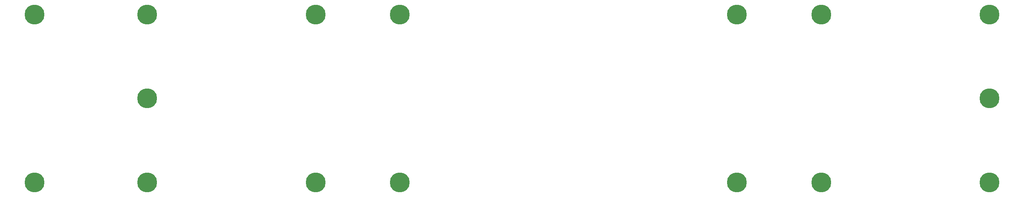
<source format=gbr>
G04 #@! TF.GenerationSoftware,KiCad,Pcbnew,(5.1.4-0)*
G04 #@! TF.CreationDate,2021-04-25T18:58:13-05:00*
G04 #@! TF.ProjectId,ori_top_plate,6f72695f-746f-4705-9f70-6c6174652e6b,rev?*
G04 #@! TF.SameCoordinates,Original*
G04 #@! TF.FileFunction,Copper,L2,Bot*
G04 #@! TF.FilePolarity,Positive*
%FSLAX46Y46*%
G04 Gerber Fmt 4.6, Leading zero omitted, Abs format (unit mm)*
G04 Created by KiCad (PCBNEW (5.1.4-0)) date 2021-04-25 18:58:13*
%MOMM*%
%LPD*%
G04 APERTURE LIST*
%ADD10C,4.500000*%
G04 APERTURE END LIST*
D10*
X124640000Y-99180000D03*
X124640000Y-61180000D03*
X150100000Y-80180000D03*
X188100000Y-61180000D03*
X188100000Y-99180000D03*
X302100000Y-61180000D03*
X302100000Y-99180000D03*
X340100000Y-80180000D03*
X150100000Y-61180000D03*
X150100000Y-99180000D03*
X283100000Y-61180000D03*
X207100000Y-61180000D03*
X283100000Y-99180000D03*
X207100000Y-99180000D03*
X340100000Y-61180000D03*
X340100000Y-99180000D03*
M02*

</source>
